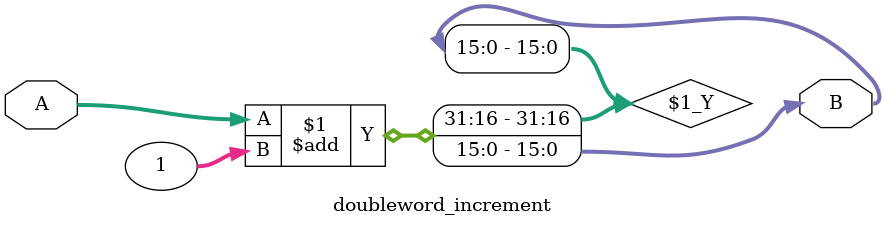
<source format=sv>
`ifndef INCREMENT
`define INCREMENT
module doubleword_increment (
    input logic [15:0] A,
    output logic [15:0] B
);
    assign B = A+1;
endmodule

`endif

</source>
